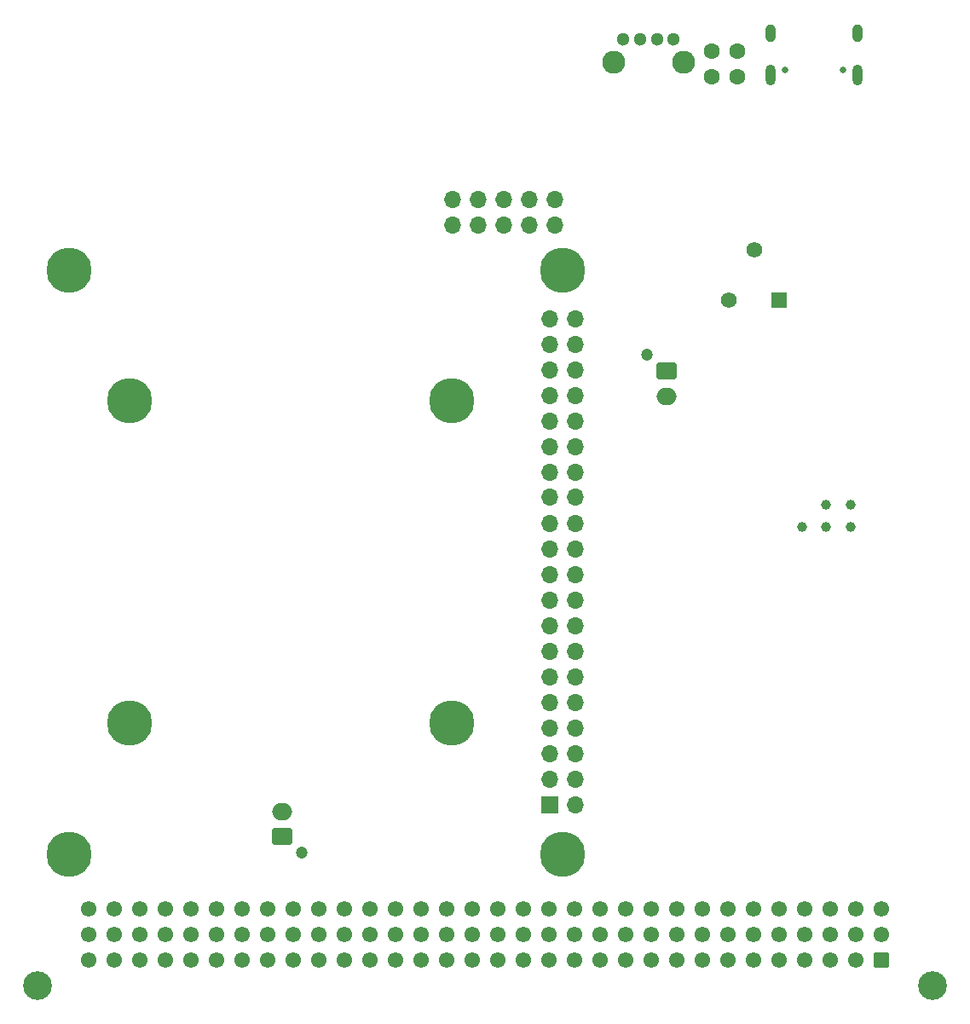
<source format=gbr>
%TF.GenerationSoftware,KiCad,Pcbnew,9.0.0*%
%TF.CreationDate,2025-05-24T19:09:12+02:00*%
%TF.ProjectId,OrangePie,4f72616e-6765-4506-9965-2e6b69636164,2.0.0*%
%TF.SameCoordinates,Original*%
%TF.FileFunction,Soldermask,Bot*%
%TF.FilePolarity,Negative*%
%FSLAX46Y46*%
G04 Gerber Fmt 4.6, Leading zero omitted, Abs format (unit mm)*
G04 Created by KiCad (PCBNEW 9.0.0) date 2025-05-24 19:09:12*
%MOMM*%
%LPD*%
G01*
G04 APERTURE LIST*
G04 Aperture macros list*
%AMRoundRect*
0 Rectangle with rounded corners*
0 $1 Rounding radius*
0 $2 $3 $4 $5 $6 $7 $8 $9 X,Y pos of 4 corners*
0 Add a 4 corners polygon primitive as box body*
4,1,4,$2,$3,$4,$5,$6,$7,$8,$9,$2,$3,0*
0 Add four circle primitives for the rounded corners*
1,1,$1+$1,$2,$3*
1,1,$1+$1,$4,$5*
1,1,$1+$1,$6,$7*
1,1,$1+$1,$8,$9*
0 Add four rect primitives between the rounded corners*
20,1,$1+$1,$2,$3,$4,$5,0*
20,1,$1+$1,$4,$5,$6,$7,0*
20,1,$1+$1,$6,$7,$8,$9,0*
20,1,$1+$1,$8,$9,$2,$3,0*%
G04 Aperture macros list end*
%ADD10C,1.300000*%
%ADD11C,2.286000*%
%ADD12C,1.200000*%
%ADD13RoundRect,0.250000X-0.750000X0.600000X-0.750000X-0.600000X0.750000X-0.600000X0.750000X0.600000X0*%
%ADD14O,2.000000X1.700000*%
%ADD15C,1.600000*%
%ADD16R,1.560000X1.560000*%
%ADD17C,1.560000*%
%ADD18RoundRect,0.250000X0.750000X-0.600000X0.750000X0.600000X-0.750000X0.600000X-0.750000X-0.600000X0*%
%ADD19C,0.650000*%
%ADD20O,1.000000X2.100000*%
%ADD21O,1.000000X1.800000*%
%ADD22C,2.850000*%
%ADD23RoundRect,0.249999X0.525001X0.525001X-0.525001X0.525001X-0.525001X-0.525001X0.525001X-0.525001X0*%
%ADD24C,1.550000*%
%ADD25C,1.000000*%
%ADD26C,4.500000*%
%ADD27O,1.700000X1.700000*%
%ADD28R,1.700000X1.700000*%
G04 APERTURE END LIST*
D10*
%TO.C,BTN1*%
X99458401Y-41815997D03*
X97828401Y-41815997D03*
X96088401Y-41815997D03*
X94458401Y-41815997D03*
D11*
X100458401Y-44065997D03*
X93458401Y-44065997D03*
%TD*%
D12*
%TO.C,J3*%
X96775000Y-73150000D03*
D13*
X98775000Y-74750000D03*
D14*
X98775000Y-77250000D03*
%TD*%
D15*
%TO.C,LED1*%
X103242001Y-43025997D03*
X105782001Y-43025997D03*
X103242001Y-45565997D03*
X105782001Y-45565997D03*
%TD*%
D16*
%TO.C,RV1*%
X109950000Y-67700000D03*
D17*
X107450000Y-62700000D03*
X104950000Y-67700000D03*
%TD*%
D12*
%TO.C,M1*%
X62525000Y-122600000D03*
D18*
X60525000Y-121000000D03*
D14*
X60525000Y-118500000D03*
%TD*%
D19*
%TO.C,J5*%
X116268401Y-44880997D03*
X110488401Y-44880997D03*
D20*
X117698401Y-45380997D03*
D21*
X117698401Y-41200997D03*
D20*
X109058401Y-45380997D03*
D21*
X109058401Y-41200997D03*
%TD*%
D22*
%TO.C,J1*%
X125150000Y-135744999D03*
X36250000Y-135744999D03*
D23*
X120070000Y-133204999D03*
D24*
X117530000Y-133204999D03*
X114990000Y-133204999D03*
X112450000Y-133204999D03*
X109910000Y-133204999D03*
X107370000Y-133204999D03*
X104830000Y-133204999D03*
X102290000Y-133204999D03*
X99750000Y-133204999D03*
X97210000Y-133204999D03*
X94670000Y-133204999D03*
X92130000Y-133204999D03*
X89590000Y-133204999D03*
X87050000Y-133204999D03*
X84510000Y-133204999D03*
X81970000Y-133204999D03*
X79430000Y-133204999D03*
X76890000Y-133204999D03*
X74350000Y-133204999D03*
X71810000Y-133204999D03*
X69270000Y-133204999D03*
X66730000Y-133204999D03*
X64190000Y-133204999D03*
X61650000Y-133204999D03*
X59110000Y-133204999D03*
X56570000Y-133204999D03*
X54030000Y-133204999D03*
X51490000Y-133204999D03*
X48950000Y-133204999D03*
X46410000Y-133204999D03*
X43870000Y-133204999D03*
X41330000Y-133204999D03*
X120070000Y-130664999D03*
X117530000Y-130664999D03*
X114990000Y-130664999D03*
X112450000Y-130664999D03*
X109910000Y-130664999D03*
X107370000Y-130664999D03*
X104830000Y-130664999D03*
X102290000Y-130664999D03*
X99750000Y-130664999D03*
X97210000Y-130664999D03*
X94670000Y-130664999D03*
X92130000Y-130664999D03*
X89590000Y-130664999D03*
X87050000Y-130664999D03*
X84510000Y-130664999D03*
X81970000Y-130664999D03*
X79430000Y-130664999D03*
X76890000Y-130664999D03*
X74350000Y-130664999D03*
X71810000Y-130664999D03*
X69270000Y-130664999D03*
X66730000Y-130664999D03*
X64190000Y-130664999D03*
X61650000Y-130664999D03*
X59110000Y-130664999D03*
X56570000Y-130664999D03*
X54030000Y-130664999D03*
X51490000Y-130664999D03*
X48950000Y-130664999D03*
X46410000Y-130664999D03*
X43870000Y-130664999D03*
X41330000Y-130664999D03*
X120070000Y-128124999D03*
X117530000Y-128124999D03*
X114990000Y-128124999D03*
X112450000Y-128124999D03*
X109910000Y-128124999D03*
X107370000Y-128124999D03*
X104830000Y-128124999D03*
X102290000Y-128124999D03*
X99750000Y-128124999D03*
X97210000Y-128124999D03*
X94670000Y-128124999D03*
X92130000Y-128124999D03*
X89590000Y-128124999D03*
X87050000Y-128124999D03*
X84510000Y-128124999D03*
X81970000Y-128124999D03*
X79430000Y-128124999D03*
X76890000Y-128124999D03*
X74350000Y-128124999D03*
X71810000Y-128124999D03*
X69270000Y-128124999D03*
X66730000Y-128124999D03*
X64190000Y-128124999D03*
X61650000Y-128124999D03*
X59110000Y-128124999D03*
X56570000Y-128124999D03*
X54030000Y-128124999D03*
X51490000Y-128124999D03*
X48950000Y-128124999D03*
X46410000Y-128124999D03*
X43870000Y-128124999D03*
X41330000Y-128124999D03*
%TD*%
D25*
%TO.C,TP3*%
X112200000Y-90200000D03*
%TD*%
%TO.C,TP5*%
X117000000Y-90200000D03*
%TD*%
D26*
%TO.C,J2*%
X88422806Y-122753501D03*
X88402806Y-64733501D03*
X77402806Y-109733501D03*
X77402806Y-77733501D03*
X45402806Y-109733501D03*
X45402806Y-77733501D03*
X39402806Y-122733501D03*
X39402806Y-64733501D03*
D27*
X89672806Y-117833501D03*
X89672806Y-115293501D03*
X89672806Y-112753501D03*
X89672806Y-110213501D03*
X89672806Y-107673501D03*
X89672806Y-105133501D03*
X89672806Y-102593501D03*
X89672806Y-100053501D03*
X89672806Y-97513501D03*
X89672806Y-94973501D03*
X89672806Y-92433501D03*
X89672806Y-89893501D03*
X89703931Y-87304492D03*
X89672806Y-84813501D03*
X89672806Y-82273501D03*
X89672806Y-79733501D03*
X89672806Y-77193501D03*
X89672806Y-74653501D03*
X89672806Y-72113501D03*
X89672806Y-69573501D03*
X87132806Y-69573501D03*
X87132806Y-72113501D03*
X87132806Y-74653501D03*
X87132806Y-77193501D03*
X87132806Y-79733501D03*
X87132806Y-82273501D03*
X87132806Y-84813501D03*
X87163931Y-87304492D03*
X87132806Y-89893501D03*
X87132806Y-92433501D03*
X87132806Y-94973501D03*
X87132806Y-97513501D03*
X87132806Y-100053501D03*
X87132806Y-102593501D03*
X87132806Y-105133501D03*
X87132806Y-107673501D03*
X87132806Y-110213501D03*
X87132806Y-112753501D03*
X87132806Y-115293501D03*
D28*
X87132806Y-117833501D03*
D27*
X87612806Y-60293501D03*
X85072806Y-60293501D03*
X82532806Y-60293501D03*
X79992806Y-60293501D03*
X77452806Y-60293501D03*
X77452806Y-57753501D03*
X79992806Y-57753501D03*
X82532806Y-57753501D03*
X85072806Y-57753501D03*
X87612806Y-57753501D03*
%TD*%
D25*
%TO.C,TP4*%
X114600000Y-90200000D03*
%TD*%
%TO.C,TP2*%
X117000000Y-88000000D03*
%TD*%
%TO.C,TP1*%
X114600000Y-88000000D03*
%TD*%
M02*

</source>
